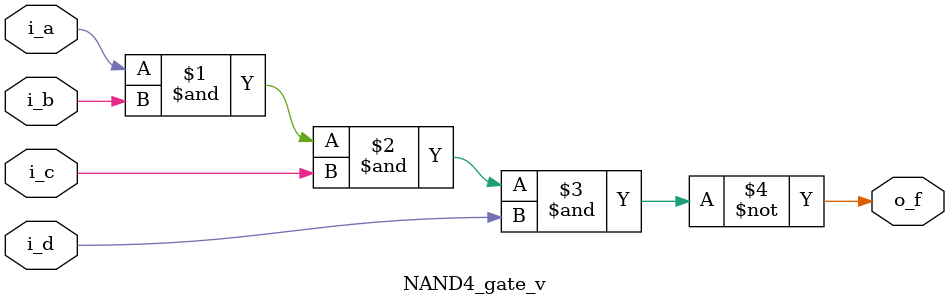
<source format=v>

module NAND4_gate_v
  (input i_a, i_b, i_c, i_d,
   output o_f);
   
  assign o_f = ~(i_a & i_b & i_c & i_d);
  
endmodule


// ////////////////////////////////
// // Behavior Model
// ////////////////////////////////
// module NAND4_gate_v
// // module nand4_gate_v__behavior
  // (input i_a, i_b, i_c, i_d,
   // output o_f);
   
  // assign o_f = i_a & i_b & i_c & i_d ? 0 : 1;
  // // assign o_f = 0 ? i_a & i_b & i_c & i_d : 1;
  // // assign o_f = 0 ? i_a  : 1;
  
// endmodule



// ////////////////////////////////
// // Component Model - Self
// ////////////////////////////////
// module NAND4_gate_v
// // module nand4_gate_v__cmpnt_self
  // (input i_a, i_b, i_c, i_d,
  // output o_f);
   
  // wire fi1, fi2, fi3, fi4; // internal outputs
   
  // NAND2_gate_v nand1_gate (i_a, i_b, fi1);
  // NAND2_gate_v nand2_gate (fi1, fi1, fi2); // NOT
  // NAND2_gate_v nand3_gate (i_c, i_d, fi3);
  // NAND2_gate_v nand4_gate (fi3, fi3, fi4); // NOT
  // NAND2_gate_v nand5_gate (fi2, fi4, o_f);
    
// endmodule


// ////////////////////////////
// // Component Model - Primative
// ////////////////////////////
// module NAND4_gate_v
// // module nand4_gate_v__cmpnt_prim
  // (input i_a, i_b, i_c, i_d,
  // output o_f);
   
  // wire fi1, fi2, fi3; // internal outputs
   
  // AND2_gate_v and1_gate (i_a, i_b, fi1);
  // AND2_gate_v and2_gate (i_c, i_d, fi2);
  // AND2_gate_v and3_gate (fi1, fi2, fi3);
  // not1_gate_v not1_gate (fi3, o_f);

    
// endmodule






</source>
